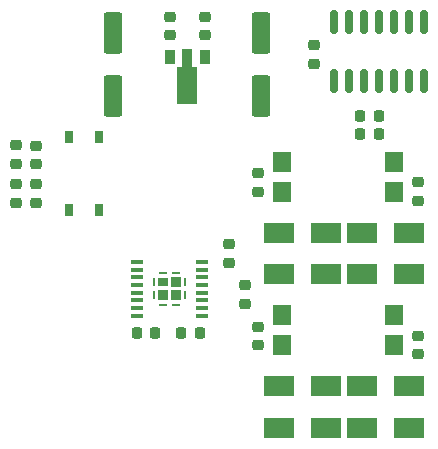
<source format=gtp>
G04 #@! TF.GenerationSoftware,KiCad,Pcbnew,6.0.9-8da3e8f707~116~ubuntu20.04.1*
G04 #@! TF.CreationDate,2023-04-19T18:10:52+00:00*
G04 #@! TF.ProjectId,LEC032002,4c454330-3332-4303-9032-2e6b69636164,rev?*
G04 #@! TF.SameCoordinates,Original*
G04 #@! TF.FileFunction,Paste,Top*
G04 #@! TF.FilePolarity,Positive*
%FSLAX46Y46*%
G04 Gerber Fmt 4.6, Leading zero omitted, Abs format (unit mm)*
G04 Created by KiCad (PCBNEW 6.0.9-8da3e8f707~116~ubuntu20.04.1) date 2023-04-19 18:10:52*
%MOMM*%
%LPD*%
G01*
G04 APERTURE LIST*
G04 Aperture macros list*
%AMRoundRect*
0 Rectangle with rounded corners*
0 $1 Rounding radius*
0 $2 $3 $4 $5 $6 $7 $8 $9 X,Y pos of 4 corners*
0 Add a 4 corners polygon primitive as box body*
4,1,4,$2,$3,$4,$5,$6,$7,$8,$9,$2,$3,0*
0 Add four circle primitives for the rounded corners*
1,1,$1+$1,$2,$3*
1,1,$1+$1,$4,$5*
1,1,$1+$1,$6,$7*
1,1,$1+$1,$8,$9*
0 Add four rect primitives between the rounded corners*
20,1,$1+$1,$2,$3,$4,$5,0*
20,1,$1+$1,$4,$5,$6,$7,0*
20,1,$1+$1,$6,$7,$8,$9,0*
20,1,$1+$1,$8,$9,$2,$3,0*%
%AMFreePoly0*
4,1,9,3.862500,-0.866500,0.737500,-0.866500,0.737500,-0.450000,-0.737500,-0.450000,-0.737500,0.450000,0.737500,0.450000,0.737500,0.866500,3.862500,0.866500,3.862500,-0.866500,3.862500,-0.866500,$1*%
G04 Aperture macros list end*
%ADD10RoundRect,0.218750X0.256250X-0.218750X0.256250X0.218750X-0.256250X0.218750X-0.256250X-0.218750X0*%
%ADD11RoundRect,0.250000X0.550000X-1.500000X0.550000X1.500000X-0.550000X1.500000X-0.550000X-1.500000X0*%
%ADD12RoundRect,0.218750X0.218750X0.256250X-0.218750X0.256250X-0.218750X-0.256250X0.218750X-0.256250X0*%
%ADD13RoundRect,0.218750X-0.256250X0.218750X-0.256250X-0.218750X0.256250X-0.218750X0.256250X0.218750X0*%
%ADD14R,0.800000X1.000000*%
%ADD15R,2.500000X1.800000*%
%ADD16RoundRect,0.218750X-0.218750X-0.256250X0.218750X-0.256250X0.218750X0.256250X-0.218750X0.256250X0*%
%ADD17RoundRect,0.150000X0.150000X-0.825000X0.150000X0.825000X-0.150000X0.825000X-0.150000X-0.825000X0*%
%ADD18R,0.900000X1.300000*%
%ADD19FreePoly0,270.000000*%
%ADD20R,0.800000X0.250000*%
%ADD21R,0.250000X0.800000*%
%ADD22R,0.850000X0.850000*%
%ADD23R,0.850000X0.800000*%
%ADD24R,1.050000X0.450000*%
%ADD25R,1.500000X1.780000*%
G04 APERTURE END LIST*
D10*
G04 #@! TO.C,C1*
X185750000Y-87437500D03*
X185750000Y-85862500D03*
G04 #@! TD*
D11*
G04 #@! TO.C,C2*
X168750000Y-90200000D03*
X168750000Y-84800000D03*
G04 #@! TD*
D10*
G04 #@! TO.C,C3*
X173500000Y-85037500D03*
X173500000Y-83462500D03*
G04 #@! TD*
D12*
G04 #@! TO.C,C4*
X191187500Y-93350000D03*
X189612500Y-93350000D03*
G04 #@! TD*
D10*
G04 #@! TO.C,C5*
X176500000Y-85037500D03*
X176500000Y-83462500D03*
G04 #@! TD*
D11*
G04 #@! TO.C,C6*
X181250000Y-90200000D03*
X181250000Y-84800000D03*
G04 #@! TD*
D10*
G04 #@! TO.C,C7*
X179900000Y-107787500D03*
X179900000Y-106212500D03*
G04 #@! TD*
D13*
G04 #@! TO.C,C8*
X178500000Y-102712500D03*
X178500000Y-104287500D03*
G04 #@! TD*
D12*
G04 #@! TO.C,C9*
X176037500Y-110250000D03*
X174462500Y-110250000D03*
G04 #@! TD*
D14*
G04 #@! TO.C,D1*
X167520000Y-93675000D03*
X164980000Y-93675000D03*
X164980000Y-99825000D03*
X167520000Y-99825000D03*
G04 #@! TD*
D13*
G04 #@! TO.C,D11*
X160500000Y-97612500D03*
X160500000Y-99187500D03*
G04 #@! TD*
D15*
G04 #@! TO.C,D3*
X189750000Y-114750000D03*
X193750000Y-114750000D03*
G04 #@! TD*
G04 #@! TO.C,D4*
X182750000Y-114750000D03*
X186750000Y-114750000D03*
G04 #@! TD*
G04 #@! TO.C,D5*
X189750000Y-101750000D03*
X193750000Y-101750000D03*
G04 #@! TD*
G04 #@! TO.C,D6*
X182750000Y-101750000D03*
X186750000Y-101750000D03*
G04 #@! TD*
G04 #@! TO.C,D7*
X193750000Y-118250000D03*
X189750000Y-118250000D03*
G04 #@! TD*
G04 #@! TO.C,D8*
X186750000Y-118250000D03*
X182750000Y-118250000D03*
G04 #@! TD*
G04 #@! TO.C,D9*
X193750000Y-105250000D03*
X189750000Y-105250000D03*
G04 #@! TD*
G04 #@! TO.C,D10*
X186750000Y-105250000D03*
X182750000Y-105250000D03*
G04 #@! TD*
D16*
G04 #@! TO.C,R1*
X189612500Y-91850000D03*
X191187500Y-91850000D03*
G04 #@! TD*
G04 #@! TO.C,R2*
X170712500Y-110250000D03*
X172287500Y-110250000D03*
G04 #@! TD*
D10*
G04 #@! TO.C,R3*
X162200000Y-95937500D03*
X162200000Y-94362500D03*
G04 #@! TD*
G04 #@! TO.C,R4*
X194500000Y-112037500D03*
X194500000Y-110462500D03*
G04 #@! TD*
G04 #@! TO.C,R5*
X194500000Y-99037500D03*
X194500000Y-97462500D03*
G04 #@! TD*
D13*
G04 #@! TO.C,R6*
X181000000Y-109712500D03*
X181000000Y-111287500D03*
G04 #@! TD*
G04 #@! TO.C,R7*
X181000000Y-96712500D03*
X181000000Y-98287500D03*
G04 #@! TD*
D17*
G04 #@! TO.C,U1*
X187440000Y-88875000D03*
X188710000Y-88875000D03*
X189980000Y-88875000D03*
X191250000Y-88875000D03*
X192520000Y-88875000D03*
X193790000Y-88875000D03*
X195060000Y-88875000D03*
X195060000Y-83925000D03*
X193790000Y-83925000D03*
X192520000Y-83925000D03*
X191250000Y-83925000D03*
X189980000Y-83925000D03*
X188710000Y-83925000D03*
X187440000Y-83925000D03*
G04 #@! TD*
D18*
G04 #@! TO.C,U2*
X176500000Y-86850000D03*
D19*
X175000000Y-86937500D03*
D18*
X173500000Y-86850000D03*
G04 #@! TD*
D20*
G04 #@! TO.C,U3*
X174050000Y-105175000D03*
D21*
X172175000Y-105950000D03*
D20*
X174050000Y-107825000D03*
D21*
X172175000Y-107050000D03*
D22*
X174050000Y-107050000D03*
D23*
X172950000Y-105950000D03*
D21*
X174825000Y-105950000D03*
D22*
X174050000Y-105950000D03*
X172950000Y-107050000D03*
D20*
X172950000Y-107825000D03*
D21*
X174825000Y-107050000D03*
D20*
X172950000Y-105175000D03*
D24*
X170725000Y-104225000D03*
X170725000Y-104875000D03*
X170725000Y-105525000D03*
X170725000Y-106175000D03*
X170725000Y-106825000D03*
X170725000Y-107475000D03*
X170725000Y-108125000D03*
X170725000Y-108775000D03*
X176275000Y-108775000D03*
X176275000Y-108125000D03*
X176275000Y-107475000D03*
X176275000Y-106825000D03*
X176275000Y-106175000D03*
X176275000Y-105525000D03*
X176275000Y-104875000D03*
X176275000Y-104225000D03*
G04 #@! TD*
D25*
G04 #@! TO.C,U4*
X192515000Y-111270000D03*
X192515000Y-108730000D03*
X182985000Y-108730000D03*
X182985000Y-111270000D03*
G04 #@! TD*
G04 #@! TO.C,U5*
X192515000Y-98270000D03*
X192515000Y-95730000D03*
X182985000Y-95730000D03*
X182985000Y-98270000D03*
G04 #@! TD*
D13*
G04 #@! TO.C,D2*
X162200000Y-97612500D03*
X162200000Y-99187500D03*
G04 #@! TD*
D10*
G04 #@! TO.C,R9*
X160500000Y-95887500D03*
X160500000Y-94312500D03*
G04 #@! TD*
M02*

</source>
